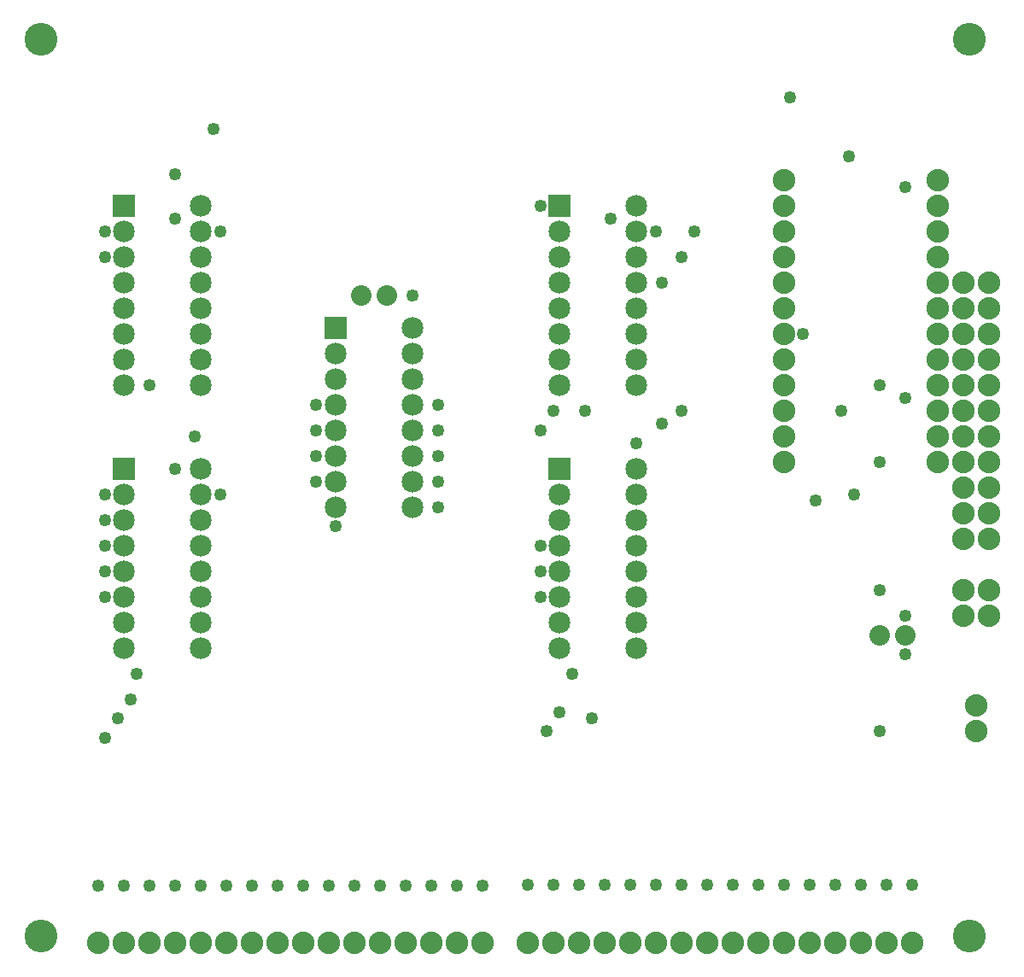
<source format=gbs>
G04 MADE WITH FRITZING*
G04 WWW.FRITZING.ORG*
G04 DOUBLE SIDED*
G04 HOLES PLATED*
G04 CONTOUR ON CENTER OF CONTOUR VECTOR*
%ASAXBY*%
%FSLAX23Y23*%
%MOIN*%
%OFA0B0*%
%SFA1.0B1.0*%
%ADD10C,0.088000*%
%ADD11C,0.080000*%
%ADD12C,0.049370*%
%ADD13C,0.128110*%
%ADD14C,0.085000*%
%ADD15R,0.085000X0.085000*%
%LNMASK0*%
G90*
G70*
G54D10*
X3797Y1047D03*
X3797Y947D03*
G54D11*
X1397Y2647D03*
X1497Y2647D03*
G54D12*
X2097Y1572D03*
X2097Y1472D03*
X2297Y997D03*
X2172Y1022D03*
X397Y1672D03*
X397Y1572D03*
X397Y1472D03*
X397Y922D03*
X447Y997D03*
X497Y1072D03*
X1297Y1747D03*
X2122Y947D03*
X2097Y1672D03*
X3272Y2197D03*
X3322Y1872D03*
X3122Y2497D03*
X3172Y1847D03*
X3522Y3072D03*
X3072Y3422D03*
X3302Y3189D03*
X3522Y1247D03*
G54D10*
X3647Y3097D03*
X3647Y2997D03*
X3647Y2897D03*
X3647Y2797D03*
X3647Y2697D03*
X3647Y2597D03*
X3647Y2497D03*
X3647Y2397D03*
X3647Y2297D03*
X3647Y2197D03*
X3647Y2097D03*
X3647Y1997D03*
X3047Y3097D03*
X3047Y2997D03*
X3047Y2897D03*
X3047Y2797D03*
X3047Y2697D03*
X3047Y2597D03*
X3047Y2497D03*
X3047Y2397D03*
X3047Y2297D03*
X3047Y2197D03*
X3047Y2097D03*
X3047Y1997D03*
G54D12*
X2047Y347D03*
X2147Y347D03*
X2247Y347D03*
X2347Y347D03*
X2447Y347D03*
X2547Y347D03*
X2647Y347D03*
X2747Y347D03*
X2847Y347D03*
X2947Y347D03*
X3047Y347D03*
X3147Y347D03*
X3247Y347D03*
X3347Y347D03*
X3447Y347D03*
X3547Y347D03*
X3422Y947D03*
X372Y344D03*
X472Y344D03*
X572Y344D03*
X672Y344D03*
X772Y344D03*
X872Y344D03*
X972Y344D03*
X1072Y344D03*
X1172Y344D03*
X1272Y344D03*
X1372Y344D03*
X1472Y344D03*
X1572Y344D03*
X1672Y344D03*
X1772Y344D03*
X1872Y344D03*
G54D13*
X147Y147D03*
X147Y3647D03*
X3772Y3647D03*
X3772Y147D03*
G54D11*
X3422Y1322D03*
X3522Y1322D03*
G54D14*
X2172Y1972D03*
X2472Y1972D03*
X2172Y1872D03*
X2472Y1872D03*
X2172Y1772D03*
X2472Y1772D03*
X2172Y1672D03*
X2472Y1672D03*
X2172Y1572D03*
X2472Y1572D03*
X2172Y1472D03*
X2472Y1472D03*
X2172Y1372D03*
X2472Y1372D03*
X2172Y1272D03*
X2472Y1272D03*
X2172Y2997D03*
X2472Y2997D03*
X2172Y2897D03*
X2472Y2897D03*
X2172Y2797D03*
X2472Y2797D03*
X2172Y2697D03*
X2472Y2697D03*
X2172Y2597D03*
X2472Y2597D03*
X2172Y2497D03*
X2472Y2497D03*
X2172Y2397D03*
X2472Y2397D03*
X2172Y2297D03*
X2472Y2297D03*
X1298Y2522D03*
X1598Y2522D03*
X1298Y2422D03*
X1598Y2422D03*
X1298Y2322D03*
X1598Y2322D03*
X1298Y2222D03*
X1598Y2222D03*
X1298Y2122D03*
X1598Y2122D03*
X1298Y2022D03*
X1598Y2022D03*
X1298Y1922D03*
X1598Y1922D03*
X1298Y1822D03*
X1598Y1822D03*
X472Y1972D03*
X772Y1972D03*
X472Y1872D03*
X772Y1872D03*
X472Y1772D03*
X772Y1772D03*
X472Y1672D03*
X772Y1672D03*
X472Y1572D03*
X772Y1572D03*
X472Y1472D03*
X772Y1472D03*
X472Y1372D03*
X772Y1372D03*
X472Y1272D03*
X772Y1272D03*
X472Y2997D03*
X772Y2997D03*
X472Y2897D03*
X772Y2897D03*
X472Y2797D03*
X772Y2797D03*
X472Y2697D03*
X772Y2697D03*
X472Y2597D03*
X772Y2597D03*
X472Y2497D03*
X772Y2497D03*
X472Y2397D03*
X772Y2397D03*
X472Y2297D03*
X772Y2297D03*
G54D10*
X2447Y122D03*
X2547Y122D03*
X2647Y122D03*
X2747Y122D03*
X3147Y122D03*
X3047Y122D03*
X2947Y122D03*
X2847Y122D03*
X2047Y122D03*
X2147Y122D03*
X2247Y122D03*
X2347Y122D03*
X1472Y122D03*
X1372Y122D03*
X1272Y122D03*
X1172Y122D03*
X772Y122D03*
X872Y122D03*
X972Y122D03*
X1072Y122D03*
X372Y122D03*
X472Y122D03*
X572Y122D03*
X672Y122D03*
X3547Y122D03*
X3447Y122D03*
X3347Y122D03*
X3247Y122D03*
X1872Y122D03*
X1772Y122D03*
X1672Y122D03*
X1572Y122D03*
G54D12*
X2647Y2797D03*
X2647Y2197D03*
X2572Y2147D03*
X2572Y2697D03*
X2147Y2197D03*
G54D10*
X3847Y2697D03*
X3847Y2597D03*
X3847Y2497D03*
X3847Y2397D03*
X3847Y2297D03*
X3847Y2197D03*
X3847Y2097D03*
X3847Y1997D03*
X3847Y1897D03*
X3847Y1797D03*
X3847Y1697D03*
X3747Y2697D03*
X3747Y2597D03*
X3747Y2497D03*
X3747Y2397D03*
X3747Y2297D03*
X3747Y2197D03*
X3747Y2097D03*
X3747Y1997D03*
X3747Y1897D03*
X3747Y1797D03*
X3747Y1697D03*
G54D12*
X397Y1872D03*
X397Y2797D03*
X397Y2897D03*
X397Y1772D03*
X1222Y1922D03*
X847Y1872D03*
X1222Y2022D03*
X747Y2097D03*
X1222Y2222D03*
X672Y3122D03*
X1222Y2122D03*
X847Y2897D03*
X2097Y2122D03*
X1697Y1822D03*
X1697Y1922D03*
X1697Y2022D03*
X1697Y2122D03*
X1697Y2222D03*
X2097Y2997D03*
X2547Y2897D03*
X2697Y2897D03*
G54D10*
X3847Y1497D03*
X3847Y1397D03*
X3747Y1497D03*
X3747Y1397D03*
G54D12*
X522Y1172D03*
X2222Y1172D03*
X3522Y1397D03*
X3522Y2247D03*
X3422Y1997D03*
X3422Y2297D03*
X3422Y1497D03*
X2272Y2197D03*
X572Y2297D03*
X2472Y2072D03*
X2372Y2947D03*
X1597Y2647D03*
X822Y3297D03*
X672Y1972D03*
X672Y2947D03*
G54D15*
X2172Y1972D03*
X2172Y2997D03*
X1298Y2522D03*
X472Y1972D03*
X472Y2997D03*
G04 End of Mask0*
M02*
</source>
